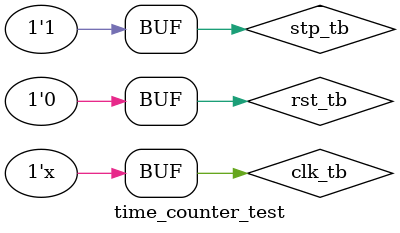
<source format=v>
module time_counter(input clk, input rst,input stop, output [31:0] ticks) ;
		reg [31:0] t;
		assign ticks= t;
    always @(posedge clk & stop==0) begin
        if (rst==1) begin
            t = 32'h00000000;
        end 
        else begin
            t = t + 1;
        end
    end
endmodule


module time_counter_test;

reg clk_tb;
reg rst_tb;
reg stp_tb;
wire [31:0] n_cycles;


always #10 clk_tb=~clk_tb;


time_counter t1
(.clk(clk_tb),
 .rst(rst_tb),
 .stop(stp_tb),
 .ticks(n_cycles)
 );
 

initial begin

$monitor ("%b,%b,%b,%b",clk_tb,rst_tb,stp_tb,n_cycles);

clk_tb=0;
rst_tb=1;
stp_tb=0;

#60 rst_tb=0;

#200;
stp_tb=1;

end

endmodule

</source>
